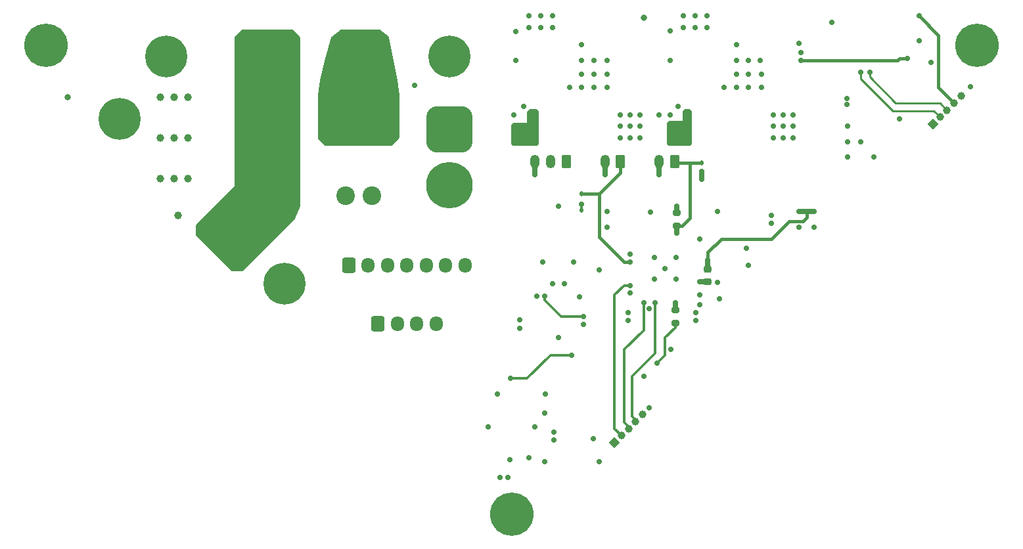
<source format=gbl>
G04 #@! TF.GenerationSoftware,KiCad,Pcbnew,7.0.10-7.0.10~ubuntu22.04.1*
G04 #@! TF.CreationDate,2024-02-06T20:51:40-05:00*
G04 #@! TF.ProjectId,PCB,5043422e-6b69-4636-9164-5f7063625858,rev?*
G04 #@! TF.SameCoordinates,Original*
G04 #@! TF.FileFunction,Copper,L4,Bot*
G04 #@! TF.FilePolarity,Positive*
%FSLAX46Y46*%
G04 Gerber Fmt 4.6, Leading zero omitted, Abs format (unit mm)*
G04 Created by KiCad (PCBNEW 7.0.10-7.0.10~ubuntu22.04.1) date 2024-02-06 20:51:40*
%MOMM*%
%LPD*%
G01*
G04 APERTURE LIST*
G04 Aperture macros list*
%AMRoundRect*
0 Rectangle with rounded corners*
0 $1 Rounding radius*
0 $2 $3 $4 $5 $6 $7 $8 $9 X,Y pos of 4 corners*
0 Add a 4 corners polygon primitive as box body*
4,1,4,$2,$3,$4,$5,$6,$7,$8,$9,$2,$3,0*
0 Add four circle primitives for the rounded corners*
1,1,$1+$1,$2,$3*
1,1,$1+$1,$4,$5*
1,1,$1+$1,$6,$7*
1,1,$1+$1,$8,$9*
0 Add four rect primitives between the rounded corners*
20,1,$1+$1,$2,$3,$4,$5,0*
20,1,$1+$1,$4,$5,$6,$7,0*
20,1,$1+$1,$6,$7,$8,$9,0*
20,1,$1+$1,$8,$9,$2,$3,0*%
%AMHorizOval*
0 Thick line with rounded ends*
0 $1 width*
0 $2 $3 position (X,Y) of the first rounded end (center of the circle)*
0 $4 $5 position (X,Y) of the second rounded end (center of the circle)*
0 Add line between two ends*
20,1,$1,$2,$3,$4,$5,0*
0 Add two circle primitives to create the rounded ends*
1,1,$1,$2,$3*
1,1,$1,$4,$5*%
%AMRotRect*
0 Rectangle, with rotation*
0 The origin of the aperture is its center*
0 $1 length*
0 $2 width*
0 $3 Rotation angle, in degrees counterclockwise*
0 Add horizontal line*
21,1,$1,$2,0,0,$3*%
G04 Aperture macros list end*
G04 #@! TA.AperFunction,ComponentPad*
%ADD10C,5.400000*%
G04 #@! TD*
G04 #@! TA.AperFunction,ComponentPad*
%ADD11C,5.600000*%
G04 #@! TD*
G04 #@! TA.AperFunction,ComponentPad*
%ADD12RotRect,1.000000X1.000000X135.000000*%
G04 #@! TD*
G04 #@! TA.AperFunction,ComponentPad*
%ADD13HorizOval,1.000000X0.000000X0.000000X0.000000X0.000000X0*%
G04 #@! TD*
G04 #@! TA.AperFunction,ComponentPad*
%ADD14C,2.400000*%
G04 #@! TD*
G04 #@! TA.AperFunction,ComponentPad*
%ADD15RoundRect,1.500000X-1.500000X1.500000X-1.500000X-1.500000X1.500000X-1.500000X1.500000X1.500000X0*%
G04 #@! TD*
G04 #@! TA.AperFunction,ComponentPad*
%ADD16C,6.000000*%
G04 #@! TD*
G04 #@! TA.AperFunction,ComponentPad*
%ADD17RoundRect,0.250000X-0.600000X-0.725000X0.600000X-0.725000X0.600000X0.725000X-0.600000X0.725000X0*%
G04 #@! TD*
G04 #@! TA.AperFunction,ComponentPad*
%ADD18O,1.700000X1.950000*%
G04 #@! TD*
G04 #@! TA.AperFunction,SMDPad,CuDef*
%ADD19RoundRect,0.200000X-0.275000X0.200000X-0.275000X-0.200000X0.275000X-0.200000X0.275000X0.200000X0*%
G04 #@! TD*
G04 #@! TA.AperFunction,ComponentPad*
%ADD20RoundRect,0.250000X0.350000X0.625000X-0.350000X0.625000X-0.350000X-0.625000X0.350000X-0.625000X0*%
G04 #@! TD*
G04 #@! TA.AperFunction,ComponentPad*
%ADD21O,1.200000X1.750000*%
G04 #@! TD*
G04 #@! TA.AperFunction,SMDPad,CuDef*
%ADD22RoundRect,0.112500X0.112500X-0.187500X0.112500X0.187500X-0.112500X0.187500X-0.112500X-0.187500X0*%
G04 #@! TD*
G04 #@! TA.AperFunction,SMDPad,CuDef*
%ADD23RoundRect,0.200000X0.275000X-0.200000X0.275000X0.200000X-0.275000X0.200000X-0.275000X-0.200000X0*%
G04 #@! TD*
G04 #@! TA.AperFunction,SMDPad,CuDef*
%ADD24RoundRect,0.225000X-0.250000X0.225000X-0.250000X-0.225000X0.250000X-0.225000X0.250000X0.225000X0*%
G04 #@! TD*
G04 #@! TA.AperFunction,ViaPad*
%ADD25C,1.000000*%
G04 #@! TD*
G04 #@! TA.AperFunction,ViaPad*
%ADD26C,0.700000*%
G04 #@! TD*
G04 #@! TA.AperFunction,ViaPad*
%ADD27C,0.800000*%
G04 #@! TD*
G04 #@! TA.AperFunction,Conductor*
%ADD28C,0.700000*%
G04 #@! TD*
G04 #@! TA.AperFunction,Conductor*
%ADD29C,0.300000*%
G04 #@! TD*
G04 #@! TA.AperFunction,Conductor*
%ADD30C,0.400000*%
G04 #@! TD*
G04 #@! TA.AperFunction,Conductor*
%ADD31C,0.250000*%
G04 #@! TD*
G04 APERTURE END LIST*
D10*
X49000000Y-36000000D03*
X91500000Y-28000000D03*
D11*
X159500000Y-26542136D03*
D12*
X153805923Y-36694077D03*
D13*
X154703949Y-35796051D03*
X155601974Y-34898026D03*
X156500000Y-34000000D03*
X157398025Y-33101975D03*
D14*
X81500000Y-45920000D03*
X78100000Y-45920000D03*
X81500000Y-36000000D03*
X78100000Y-36000000D03*
D10*
X70250000Y-57250000D03*
D11*
X99500000Y-87000000D03*
D10*
X68000000Y-28000000D03*
D15*
X91500000Y-37420000D03*
D16*
X91500000Y-44620000D03*
D10*
X63750000Y-50750000D03*
D17*
X78500000Y-54920000D03*
D18*
X81000000Y-54920000D03*
X83500000Y-54920000D03*
X86000000Y-54920000D03*
X88500000Y-54920000D03*
X91000000Y-54920000D03*
X93500000Y-54920000D03*
D12*
X112750000Y-77750000D03*
D13*
X113648026Y-76851974D03*
X114546051Y-75953949D03*
X115444077Y-75055923D03*
X116342102Y-74157898D03*
D10*
X55000000Y-28000000D03*
D11*
X39500000Y-26542136D03*
D10*
X80000000Y-28000000D03*
D17*
X82250000Y-62420000D03*
D18*
X84750000Y-62420000D03*
X87250000Y-62420000D03*
X89750000Y-62420000D03*
D19*
X120587370Y-60675000D03*
X120587370Y-62325000D03*
D20*
X120500000Y-41500000D03*
D21*
X118500000Y-41500000D03*
D22*
X124000000Y-43800000D03*
X124000000Y-41700000D03*
X108500000Y-47800000D03*
X108500000Y-45700000D03*
D23*
X120750000Y-49825000D03*
X120750000Y-48175000D03*
D24*
X124750000Y-55450000D03*
X124750000Y-57000000D03*
D20*
X113500000Y-41500000D03*
D21*
X111500000Y-41500000D03*
D20*
X106500000Y-41500000D03*
D21*
X104500000Y-41500000D03*
X102500000Y-41500000D03*
D25*
X57750000Y-38500000D03*
X56000000Y-38500000D03*
D26*
X121650000Y-24250000D03*
D25*
X56000000Y-43750000D03*
D26*
X103250000Y-22750000D03*
D25*
X54250000Y-38500000D03*
D26*
X103250000Y-24250000D03*
X121650000Y-22750000D03*
X104750000Y-22750000D03*
X124650000Y-22750000D03*
D25*
X56000000Y-33250000D03*
X54250000Y-33250000D03*
D26*
X101750000Y-22750000D03*
D27*
X116500000Y-23000000D03*
D25*
X57750000Y-33250000D03*
D26*
X104750000Y-24250000D03*
D25*
X54250000Y-43750000D03*
D26*
X124650000Y-24250000D03*
X123150000Y-22750000D03*
D25*
X57750000Y-43750000D03*
D26*
X123150000Y-24250000D03*
X101750000Y-24250000D03*
X103500000Y-54500000D03*
X120900000Y-34400000D03*
X119900000Y-35500000D03*
X110750000Y-80250000D03*
X111500000Y-43250000D03*
X131650000Y-30250000D03*
X123750000Y-51500000D03*
D27*
X42250000Y-33250000D03*
D26*
X117850000Y-53900000D03*
X136750000Y-27500000D03*
X117250000Y-60500000D03*
X153500000Y-28750000D03*
X102500000Y-43250000D03*
X129750000Y-52750000D03*
X142800000Y-40900000D03*
X111750000Y-48000000D03*
X101000000Y-34400000D03*
X126000000Y-57100000D03*
X106250000Y-57300000D03*
X138500000Y-50000000D03*
X107500000Y-54500000D03*
X110100000Y-32000000D03*
X114750000Y-58500000D03*
X136500000Y-50000000D03*
X128500000Y-32000000D03*
X120650000Y-53900000D03*
X128500000Y-30250000D03*
X111750000Y-30250000D03*
X107000000Y-32000000D03*
X149500000Y-36000000D03*
X103750000Y-80250000D03*
X146200000Y-40900000D03*
X111750000Y-28500000D03*
X101750000Y-79750000D03*
X111750000Y-32000000D03*
X126250000Y-59250000D03*
X100000000Y-24750000D03*
X110100000Y-28500000D03*
X99800000Y-35500000D03*
X130000000Y-30250000D03*
X158648025Y-31851975D03*
X96500000Y-75750000D03*
X119900000Y-24700000D03*
X105500000Y-47250000D03*
X87000000Y-31750000D03*
X120650000Y-56700000D03*
X99250000Y-80000000D03*
X128500000Y-28500000D03*
X103750000Y-74000000D03*
X117850000Y-56700000D03*
X108500000Y-47000000D03*
X123750000Y-57000000D03*
X124000000Y-42800000D03*
X130000000Y-32000000D03*
D25*
X56500000Y-48500000D03*
D26*
X142800000Y-37000000D03*
X114750000Y-53500000D03*
X104900000Y-76400000D03*
X117350000Y-48087500D03*
X152000000Y-25946639D03*
X119250000Y-55300000D03*
X108500000Y-28500000D03*
X131650000Y-32000000D03*
X108750000Y-62500000D03*
X140750000Y-23548879D03*
X102750000Y-58850000D03*
X108500000Y-32000000D03*
X104750000Y-57300000D03*
X118500000Y-35500000D03*
X130000000Y-28500000D03*
X123250000Y-62000000D03*
X142700000Y-34200000D03*
X133000000Y-49500000D03*
X110100000Y-30250000D03*
X105500000Y-64250000D03*
X126000000Y-48000000D03*
X130000000Y-54900000D03*
X126900000Y-32000000D03*
X99000000Y-82250000D03*
X108500000Y-30250000D03*
X100500000Y-63000000D03*
X116500000Y-69250000D03*
X117250000Y-73250000D03*
X142700000Y-33400000D03*
X118500000Y-43250000D03*
X114500000Y-62000000D03*
X123750000Y-60000000D03*
X131500000Y-28500000D03*
X102500000Y-75750000D03*
X123250000Y-61000000D03*
X110750000Y-55500000D03*
X123750000Y-58750000D03*
X133250000Y-35500000D03*
X134500000Y-38500000D03*
X120750000Y-47250000D03*
X133250000Y-38500000D03*
X97675000Y-71500000D03*
X135750000Y-37000000D03*
X128500000Y-26500000D03*
X111750000Y-50000000D03*
X133000000Y-48500000D03*
X142800000Y-39000000D03*
X134500000Y-35500000D03*
X114500000Y-61000000D03*
X144500000Y-39000000D03*
X119900000Y-28500000D03*
X103825000Y-71500000D03*
X104900000Y-77400000D03*
X120000000Y-65750000D03*
X98000000Y-82250000D03*
X135750000Y-38500000D03*
X134500000Y-37000000D03*
X133250000Y-37000000D03*
X135750000Y-35500000D03*
X110000000Y-77250000D03*
X114750000Y-37000000D03*
X100000000Y-28500000D03*
X100500000Y-61949997D03*
X113500000Y-38500000D03*
X113500000Y-37000000D03*
X114750000Y-35500000D03*
X116000000Y-38500000D03*
X116000000Y-37000000D03*
X108250000Y-59000000D03*
X136500000Y-26250000D03*
X108500000Y-26500000D03*
X116000000Y-35500000D03*
X113500000Y-35500000D03*
X114750000Y-38500000D03*
X136500000Y-48000000D03*
X138500000Y-48000000D03*
X124750000Y-54225000D03*
D27*
X70000000Y-38500000D03*
D25*
X68000000Y-45000000D03*
D27*
X66000000Y-42500000D03*
D25*
X65250000Y-31750000D03*
X68000000Y-31750000D03*
D27*
X66000000Y-34500000D03*
X70000000Y-34500000D03*
D25*
X71000000Y-45000000D03*
X71000000Y-47250000D03*
D27*
X70000000Y-42500000D03*
D25*
X71000000Y-31750000D03*
D27*
X66000000Y-38500000D03*
D25*
X68000000Y-47250000D03*
X65250000Y-45000000D03*
D26*
X114750000Y-54500000D03*
X120750000Y-50750000D03*
X118000000Y-59750000D03*
X114750000Y-57500000D03*
X116500000Y-59750000D03*
X152000000Y-22750000D03*
X144451680Y-30000000D03*
X145650560Y-30000000D03*
X99325000Y-69500000D03*
X107250000Y-66500000D03*
X136750000Y-28500000D03*
X150500000Y-28250000D03*
X120587370Y-59750000D03*
X118250000Y-67500000D03*
X108750000Y-61500000D03*
X103750000Y-58850000D03*
X120500000Y-38750000D03*
X122000000Y-38750000D03*
X120500000Y-37750000D03*
X122000000Y-37750000D03*
X102250000Y-37750000D03*
X100250000Y-37750000D03*
X102250000Y-38750000D03*
X100250000Y-38750000D03*
D25*
X82250000Y-32000000D03*
X75500000Y-37750000D03*
X79750000Y-38500000D03*
X84000000Y-34000000D03*
X79750000Y-34000000D03*
X75500000Y-34000000D03*
X84000000Y-37750000D03*
X77500000Y-32000000D03*
D28*
X118500000Y-43250000D02*
X118500000Y-41500000D01*
D29*
X108500000Y-47800000D02*
X108500000Y-47000000D01*
D28*
X102500000Y-43250000D02*
X102500000Y-41500000D01*
X111500000Y-43250000D02*
X111500000Y-41500000D01*
X123750000Y-57000000D02*
X124750000Y-57000000D01*
X124000000Y-42800000D02*
X124000000Y-43800000D01*
X120750000Y-48175000D02*
X120750000Y-47250000D01*
D30*
X124750000Y-54225000D02*
X124750000Y-53250000D01*
D28*
X137500000Y-48000000D02*
X138500000Y-48000000D01*
D30*
X137000000Y-49250000D02*
X137500000Y-48750000D01*
X133000000Y-51500000D02*
X135250000Y-49250000D01*
X126500000Y-51500000D02*
X133000000Y-51500000D01*
D28*
X124750000Y-54225000D02*
X124750000Y-55450000D01*
D30*
X124750000Y-53250000D02*
X126500000Y-51500000D01*
X137500000Y-48750000D02*
X137500000Y-48000000D01*
D28*
X136500000Y-48000000D02*
X137500000Y-48000000D01*
D30*
X135250000Y-49250000D02*
X137000000Y-49250000D01*
X113500000Y-41500000D02*
X113500000Y-43000000D01*
X114000000Y-54500000D02*
X110750000Y-51250000D01*
X114750000Y-54500000D02*
X114000000Y-54500000D01*
X113500000Y-43000000D02*
X110800000Y-45700000D01*
X110800000Y-45700000D02*
X108500000Y-45700000D01*
X110750000Y-51250000D02*
X110750000Y-45700000D01*
D28*
X120700000Y-41700000D02*
X120500000Y-41500000D01*
X120750000Y-50750000D02*
X120750000Y-49825000D01*
D30*
X121462500Y-49825000D02*
X122500000Y-48787500D01*
X120750000Y-49825000D02*
X121462500Y-49825000D01*
X124000000Y-41700000D02*
X122750000Y-41700000D01*
X122500000Y-48787500D02*
X122500000Y-41700000D01*
X122750000Y-41700000D02*
X120700000Y-41700000D01*
D29*
X118000000Y-66250000D02*
X115000000Y-69250000D01*
X115000000Y-69250000D02*
X115000000Y-74361846D01*
X115000000Y-74361846D02*
X115500000Y-74861846D01*
X118000000Y-59750000D02*
X118000000Y-66250000D01*
X114000000Y-57500000D02*
X112750000Y-58750000D01*
X112750000Y-75953948D02*
X113648026Y-76851974D01*
X114750000Y-57500000D02*
X114000000Y-57500000D01*
X112750000Y-58750000D02*
X112750000Y-75953948D01*
X114000000Y-75157898D02*
X114000000Y-65750000D01*
X114500000Y-75657898D02*
X114000000Y-75157898D01*
X116500000Y-63250000D02*
X116500000Y-59750000D01*
X114000000Y-65750000D02*
X116500000Y-63250000D01*
D30*
X154500000Y-25250000D02*
X154500000Y-32000000D01*
X154500000Y-32000000D02*
X156500000Y-34000000D01*
X152000000Y-22750000D02*
X154500000Y-25250000D01*
D31*
X153907898Y-35000000D02*
X148625000Y-35000000D01*
X154703949Y-35796051D02*
X153907898Y-35000000D01*
X148625000Y-35000000D02*
X144451680Y-30826680D01*
X144451680Y-30826680D02*
X144451680Y-30000000D01*
X145650560Y-30650560D02*
X145650560Y-30000000D01*
X149000000Y-34000000D02*
X145650560Y-30650560D01*
X154703948Y-34000000D02*
X149000000Y-34000000D01*
X155601974Y-34898026D02*
X154703948Y-34000000D01*
D29*
X107250000Y-66500000D02*
X104500000Y-66500000D01*
X101500000Y-69500000D02*
X99325000Y-69500000D01*
X104500000Y-66500000D02*
X101500000Y-69500000D01*
D30*
X149500000Y-28250000D02*
X150500000Y-28250000D01*
X149250000Y-28500000D02*
X149500000Y-28250000D01*
X136750000Y-28500000D02*
X149250000Y-28500000D01*
D28*
X120587370Y-60675000D02*
X120587370Y-59750000D01*
D29*
X120587370Y-62912630D02*
X119250000Y-64250000D01*
X120587370Y-62325000D02*
X120587370Y-62912630D01*
X119250000Y-64250000D02*
X119250000Y-66500000D01*
D30*
X120750000Y-62487630D02*
X120587370Y-62325000D01*
D29*
X119250000Y-66500000D02*
X118250000Y-67500000D01*
X103750000Y-59425000D02*
X105825000Y-61500000D01*
X103750000Y-58850000D02*
X103750000Y-59425000D01*
X105825000Y-61500000D02*
X108750000Y-61500000D01*
G04 #@! TA.AperFunction,Conductor*
G36*
X82522708Y-24519685D02*
G01*
X82534282Y-24528104D01*
X83661834Y-25452476D01*
X83701197Y-25510200D01*
X83704810Y-25524051D01*
X84802681Y-31013408D01*
X84804486Y-31025507D01*
X84999397Y-32993910D01*
X85000000Y-33006129D01*
X85000000Y-38448638D01*
X84980315Y-38515677D01*
X84963681Y-38536319D01*
X84036319Y-39463681D01*
X83974996Y-39497166D01*
X83948638Y-39500000D01*
X75551362Y-39500000D01*
X75484323Y-39480315D01*
X75463681Y-39463681D01*
X74536319Y-38536319D01*
X74502834Y-38474996D01*
X74500000Y-38448638D01*
X74500000Y-33008091D01*
X74501051Y-32991979D01*
X74756612Y-31041783D01*
X74759748Y-31025945D01*
X74759865Y-31025507D01*
X75500000Y-28250000D01*
X76231480Y-25506944D01*
X76267773Y-25447242D01*
X76275748Y-25440565D01*
X77466589Y-24525669D01*
X77531743Y-24500436D01*
X77542134Y-24500000D01*
X82455669Y-24500000D01*
X82522708Y-24519685D01*
G37*
G04 #@! TD.AperFunction*
G04 #@! TA.AperFunction,Conductor*
G36*
X122465677Y-34769685D02*
G01*
X122486319Y-34786319D01*
X122713681Y-35013681D01*
X122747166Y-35075004D01*
X122750000Y-35101362D01*
X122750000Y-39148638D01*
X122730315Y-39215677D01*
X122713681Y-39236319D01*
X122486319Y-39463681D01*
X122424996Y-39497166D01*
X122398638Y-39500000D01*
X119851362Y-39500000D01*
X119784323Y-39480315D01*
X119763681Y-39463681D01*
X119536319Y-39236319D01*
X119502834Y-39174996D01*
X119500000Y-39148638D01*
X119500000Y-36601362D01*
X119519685Y-36534323D01*
X119536319Y-36513681D01*
X119763681Y-36286319D01*
X119825004Y-36252834D01*
X119851362Y-36250000D01*
X121200000Y-36250000D01*
X121500000Y-36250000D01*
X121500000Y-35101362D01*
X121519685Y-35034323D01*
X121536319Y-35013681D01*
X121763681Y-34786319D01*
X121825004Y-34752834D01*
X121851362Y-34750000D01*
X122398638Y-34750000D01*
X122465677Y-34769685D01*
G37*
G04 #@! TD.AperFunction*
G04 #@! TA.AperFunction,Conductor*
G36*
X102715438Y-34774430D02*
G01*
X102737094Y-34791439D01*
X102962948Y-35013560D01*
X102996942Y-35074602D01*
X103000000Y-35101969D01*
X103000000Y-39148638D01*
X102980315Y-39215677D01*
X102963681Y-39236319D01*
X102736319Y-39463681D01*
X102674996Y-39497166D01*
X102648638Y-39500000D01*
X99751362Y-39500000D01*
X99684323Y-39480315D01*
X99663681Y-39463681D01*
X99436319Y-39236319D01*
X99402834Y-39174996D01*
X99400000Y-39148638D01*
X99400000Y-36851362D01*
X99419685Y-36784323D01*
X99436319Y-36763681D01*
X99663681Y-36536319D01*
X99725004Y-36502834D01*
X99751362Y-36500000D01*
X101200000Y-36500000D01*
X101500000Y-36500000D01*
X101500000Y-35125758D01*
X101519685Y-35058719D01*
X101535587Y-35038814D01*
X101764367Y-34806189D01*
X101825409Y-34772196D01*
X101850709Y-34769155D01*
X102250000Y-34762500D01*
X102648080Y-34755865D01*
X102715438Y-34774430D01*
G37*
G04 #@! TD.AperFunction*
G04 #@! TA.AperFunction,Conductor*
G36*
X71262782Y-24519962D02*
G01*
X71293641Y-24543641D01*
X72206359Y-25456359D01*
X72244923Y-25523154D01*
X72250000Y-25561718D01*
X72250000Y-47220410D01*
X72238695Y-47277342D01*
X71555105Y-48930669D01*
X71522904Y-48978959D01*
X70470976Y-50033586D01*
X64885232Y-55633659D01*
X64818486Y-55672308D01*
X64779833Y-55677435D01*
X63490074Y-55678261D01*
X63415562Y-55658346D01*
X63384620Y-55634620D01*
X58875748Y-51125748D01*
X58837184Y-51058953D01*
X58832107Y-51020389D01*
X58832107Y-49729611D01*
X58852069Y-49655111D01*
X58875744Y-49624256D01*
X63042893Y-45457107D01*
X63042892Y-45457107D01*
X63750000Y-44750000D01*
X63750000Y-25561718D01*
X63769962Y-25487218D01*
X63793641Y-25456359D01*
X64706359Y-24543641D01*
X64773154Y-24505077D01*
X64811718Y-24500000D01*
X71188282Y-24500000D01*
X71262782Y-24519962D01*
G37*
G04 #@! TD.AperFunction*
M02*

</source>
